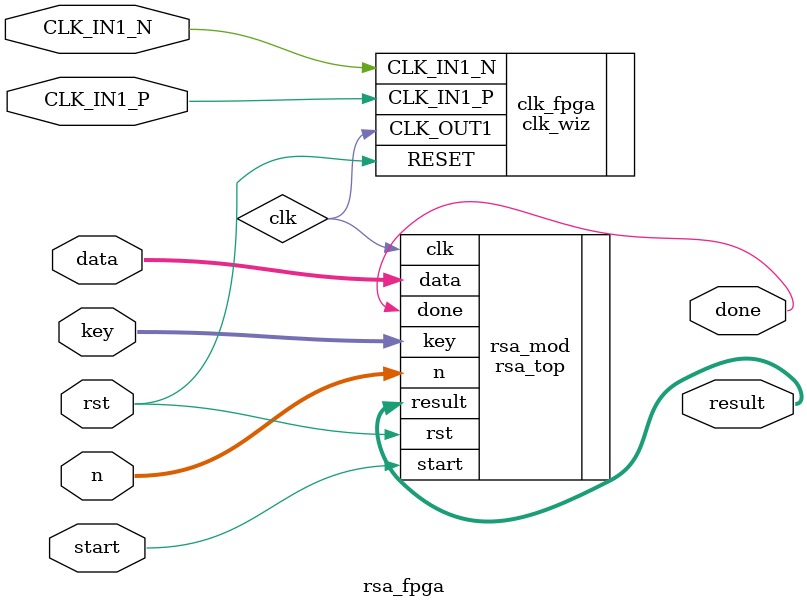
<source format=v>
`timescale 1ns / 1ps
module rsa_fpga(
	 input CLK_IN1_P,
	 input CLK_IN1_N,
	 input rst,
    input start,
    output done,
    input [5:0] key,
    input [5:0] data,
    input [5:0] n,
    output [5:0] result
    );

	clk_wiz clk_fpga
   (// Clock in ports
    .CLK_IN1_P(CLK_IN1_P),    // IN
    .CLK_IN1_N(CLK_IN1_N),    // IN
    // Clock out ports
    .CLK_OUT1(clk),     // OUT
    // Status and control signals
    .RESET(rst));       // IN
	 
	rsa_top rsa_mod (
    .clk(clk), 
    .rst(rst), 
    .start(start), 
    .done(done), 
    .key(key), 
    .data(data), 
    .n(n), 
    .result(result)
    );


endmodule

</source>
